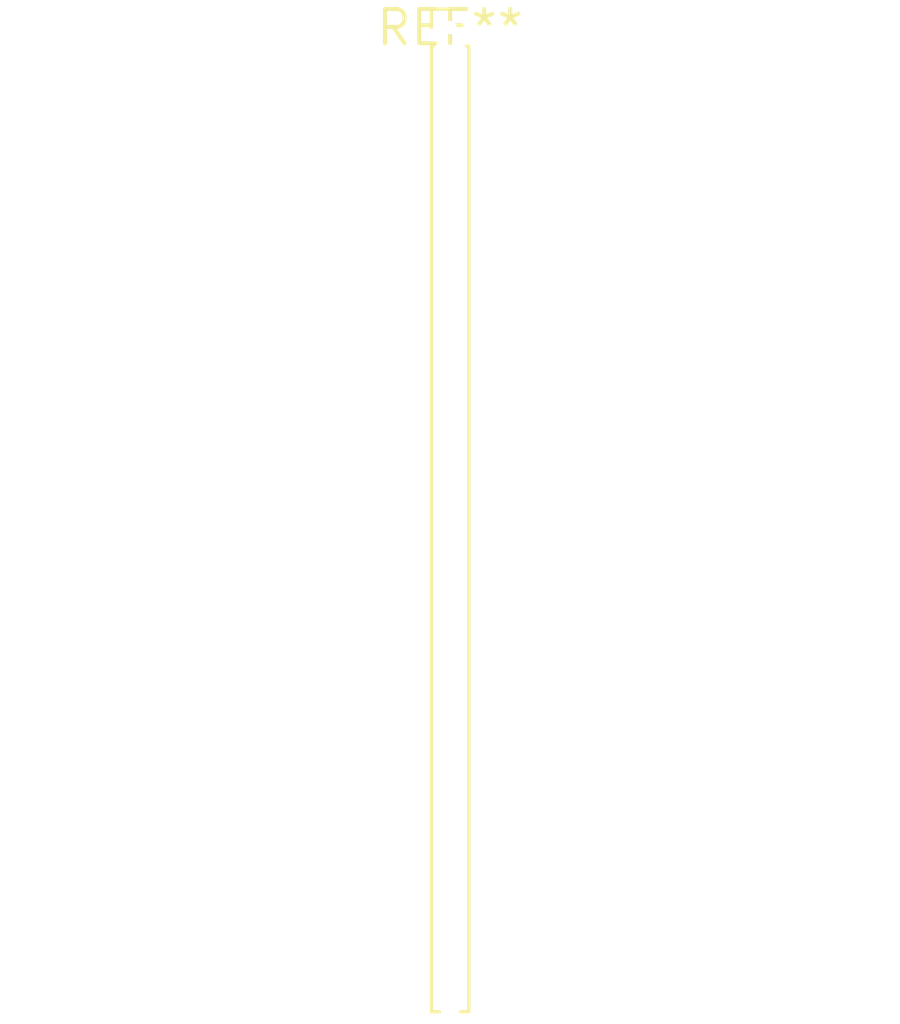
<source format=kicad_pcb>
(kicad_pcb (version 20240108) (generator pcbnew)
  (layers (0 "F.Cu" signal) (31 "B.Cu" signal) (34 "B.Paste" user) (35 "F.Paste" user) (36 "B.SilkS" user "B.Silkscreen") (37 "F.SilkS" user "F.Silkscreen") (38 "B.Mask" user) (39 "F.Mask" user) (44 "Edge.Cuts" user))
  (net 0 "")
  (footprint "PinHeader_1x37_P1.00mm_Vertical" (layer "F.Cu") (at 0 0)
    (property "Reference" "REF**")
    (property "Value" "PinHeader_1x37_P1.00mm_Vertical")
    (fp_line (start -0.695 -0.685) (end 0 -0.685) (layer "F.SilkS") (stroke (width 0.12)))
    (fp_line (start -0.695 0) (end -0.695 -0.685) (layer "F.SilkS") (stroke (width 0.12)))
    (fp_line (start -0.695 0.685) (end -0.695 36.56) (layer "F.SilkS") (stroke (width 0.12)))
    (fp_line (start -0.695 0.685) (end -0.608276 0.685) (layer "F.SilkS") (stroke (width 0.12)))
    (fp_line (start -0.695 36.56) (end -0.394493 36.56) (layer "F.SilkS") (stroke (width 0.12)))
    (fp_line (start 0.394493 36.56) (end 0.695 36.56) (layer "F.SilkS") (stroke (width 0.12)))
    (fp_line (start 0.608276 0.685) (end 0.695 0.685) (layer "F.SilkS") (stroke (width 0.12)))
    (fp_line (start 0.695 0.685) (end 0.695 36.56) (layer "F.SilkS") (stroke (width 0.12)))
    (pad "1" thru_hole rect (at 0 0) (size 0.85 0.85) (drill 0.5) (layers *.Cu *.Mask) (remove_unused_layers))
    (pad "2" thru_hole oval (at 0 1) (size 0.85 0.85) (drill 0.5) (layers *.Cu *.Mask) (remove_unused_layers))
    (pad "3" thru_hole oval (at 0 2) (size 0.85 0.85) (drill 0.5) (layers *.Cu *.Mask) (remove_unused_layers))
    (pad "4" thru_hole oval (at 0 3) (size 0.85 0.85) (drill 0.5) (layers *.Cu *.Mask) (remove_unused_layers))
    (pad "5" thru_hole oval (at 0 4) (size 0.85 0.85) (drill 0.5) (layers *.Cu *.Mask) (remove_unused_layers))
    (pad "6" thru_hole oval (at 0 5) (size 0.85 0.85) (drill 0.5) (layers *.Cu *.Mask) (remove_unused_layers))
    (pad "7" thru_hole oval (at 0 6) (size 0.85 0.85) (drill 0.5) (layers *.Cu *.Mask) (remove_unused_layers))
    (pad "8" thru_hole oval (at 0 7) (size 0.85 0.85) (drill 0.5) (layers *.Cu *.Mask) (remove_unused_layers))
    (pad "9" thru_hole oval (at 0 8) (size 0.85 0.85) (drill 0.5) (layers *.Cu *.Mask) (remove_unused_layers))
    (pad "10" thru_hole oval (at 0 9) (size 0.85 0.85) (drill 0.5) (layers *.Cu *.Mask) (remove_unused_layers))
    (pad "11" thru_hole oval (at 0 10) (size 0.85 0.85) (drill 0.5) (layers *.Cu *.Mask) (remove_unused_layers))
    (pad "12" thru_hole oval (at 0 11) (size 0.85 0.85) (drill 0.5) (layers *.Cu *.Mask) (remove_unused_layers))
    (pad "13" thru_hole oval (at 0 12) (size 0.85 0.85) (drill 0.5) (layers *.Cu *.Mask) (remove_unused_layers))
    (pad "14" thru_hole oval (at 0 13) (size 0.85 0.85) (drill 0.5) (layers *.Cu *.Mask) (remove_unused_layers))
    (pad "15" thru_hole oval (at 0 14) (size 0.85 0.85) (drill 0.5) (layers *.Cu *.Mask) (remove_unused_layers))
    (pad "16" thru_hole oval (at 0 15) (size 0.85 0.85) (drill 0.5) (layers *.Cu *.Mask) (remove_unused_layers))
    (pad "17" thru_hole oval (at 0 16) (size 0.85 0.85) (drill 0.5) (layers *.Cu *.Mask) (remove_unused_layers))
    (pad "18" thru_hole oval (at 0 17) (size 0.85 0.85) (drill 0.5) (layers *.Cu *.Mask) (remove_unused_layers))
    (pad "19" thru_hole oval (at 0 18) (size 0.85 0.85) (drill 0.5) (layers *.Cu *.Mask) (remove_unused_layers))
    (pad "20" thru_hole oval (at 0 19) (size 0.85 0.85) (drill 0.5) (layers *.Cu *.Mask) (remove_unused_layers))
    (pad "21" thru_hole oval (at 0 20) (size 0.85 0.85) (drill 0.5) (layers *.Cu *.Mask) (remove_unused_layers))
    (pad "22" thru_hole oval (at 0 21) (size 0.85 0.85) (drill 0.5) (layers *.Cu *.Mask) (remove_unused_layers))
    (pad "23" thru_hole oval (at 0 22) (size 0.85 0.85) (drill 0.5) (layers *.Cu *.Mask) (remove_unused_layers))
    (pad "24" thru_hole oval (at 0 23) (size 0.85 0.85) (drill 0.5) (layers *.Cu *.Mask) (remove_unused_layers))
    (pad "25" thru_hole oval (at 0 24) (size 0.85 0.85) (drill 0.5) (layers *.Cu *.Mask) (remove_unused_layers))
    (pad "26" thru_hole oval (at 0 25) (size 0.85 0.85) (drill 0.5) (layers *.Cu *.Mask) (remove_unused_layers))
    (pad "27" thru_hole oval (at 0 26) (size 0.85 0.85) (drill 0.5) (layers *.Cu *.Mask) (remove_unused_layers))
    (pad "28" thru_hole oval (at 0 27) (size 0.85 0.85) (drill 0.5) (layers *.Cu *.Mask) (remove_unused_layers))
    (pad "29" thru_hole oval (at 0 28) (size 0.85 0.85) (drill 0.5) (layers *.Cu *.Mask) (remove_unused_layers))
    (pad "30" thru_hole oval (at 0 29) (size 0.85 0.85) (drill 0.5) (layers *.Cu *.Mask) (remove_unused_layers))
    (pad "31" thru_hole oval (at 0 30) (size 0.85 0.85) (drill 0.5) (layers *.Cu *.Mask) (remove_unused_layers))
    (pad "32" thru_hole oval (at 0 31) (size 0.85 0.85) (drill 0.5) (layers *.Cu *.Mask) (remove_unused_layers))
    (pad "33" thru_hole oval (at 0 32) (size 0.85 0.85) (drill 0.5) (layers *.Cu *.Mask) (remove_unused_layers))
    (pad "34" thru_hole oval (at 0 33) (size 0.85 0.85) (drill 0.5) (layers *.Cu *.Mask) (remove_unused_layers))
    (pad "35" thru_hole oval (at 0 34) (size 0.85 0.85) (drill 0.5) (layers *.Cu *.Mask) (remove_unused_layers))
    (pad "36" thru_hole oval (at 0 35) (size 0.85 0.85) (drill 0.5) (layers *.Cu *.Mask) (remove_unused_layers))
    (pad "37" thru_hole oval (at 0 36) (size 0.85 0.85) (drill 0.5) (layers *.Cu *.Mask) (remove_unused_layers))
  )
)
</source>
